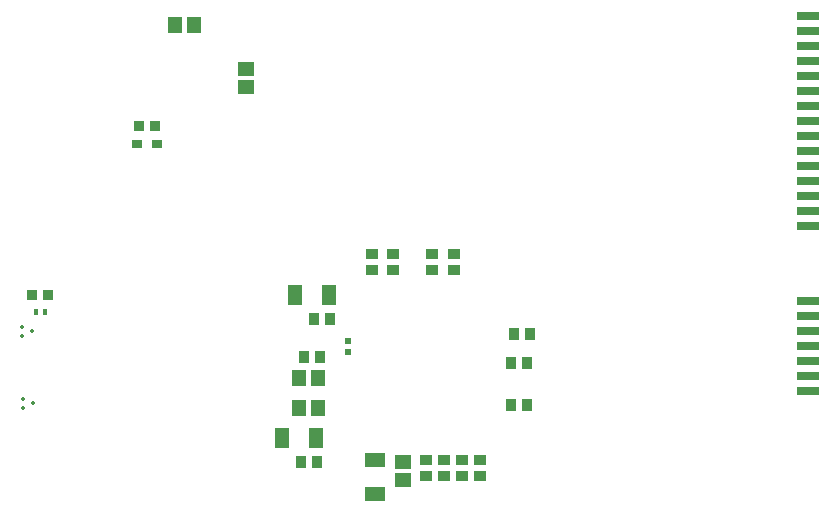
<source format=gbp>
G04*
G04 #@! TF.GenerationSoftware,Altium Limited,Altium Designer,24.9.1 (31)*
G04*
G04 Layer_Color=128*
%FSLAX44Y44*%
%MOMM*%
G71*
G04*
G04 #@! TF.SameCoordinates,DBAFCBE9-9C6E-486A-AB20-CA00A55F4774*
G04*
G04*
G04 #@! TF.FilePolarity,Positive*
G04*
G01*
G75*
%ADD29R,1.0000X0.9000*%
%ADD30R,1.8000X1.3000*%
G04:AMPARAMS|DCode=32|XSize=0.3mm|YSize=0.3mm|CornerRadius=0.0495mm|HoleSize=0mm|Usage=FLASHONLY|Rotation=270.000|XOffset=0mm|YOffset=0mm|HoleType=Round|Shape=RoundedRectangle|*
%AMROUNDEDRECTD32*
21,1,0.3000,0.2010,0,0,270.0*
21,1,0.2010,0.3000,0,0,270.0*
1,1,0.0990,-0.1005,-0.1005*
1,1,0.0990,-0.1005,0.1005*
1,1,0.0990,0.1005,0.1005*
1,1,0.0990,0.1005,-0.1005*
%
%ADD32ROUNDEDRECTD32*%
%ADD34R,1.3000X1.8000*%
%ADD35R,1.3000X1.4000*%
%ADD36R,0.9000X1.0000*%
%ADD37R,0.6000X0.5000*%
%ADD38R,0.8500X0.9500*%
%ADD58R,1.4000X1.3000*%
%ADD134R,1.9000X0.6500*%
%ADD135R,0.9000X0.8000*%
%ADD136R,0.4000X0.5000*%
D29*
X406400Y261220D02*
D03*
Y274720D02*
D03*
X425450D02*
D03*
Y261220D02*
D03*
X373380Y274720D02*
D03*
Y261220D02*
D03*
X355600Y274720D02*
D03*
Y261220D02*
D03*
X431800Y87230D02*
D03*
Y100730D02*
D03*
X447040Y87230D02*
D03*
Y100730D02*
D03*
X401320Y87230D02*
D03*
Y100730D02*
D03*
X416560Y87230D02*
D03*
Y100730D02*
D03*
D30*
X358140Y71860D02*
D03*
Y100860D02*
D03*
D32*
X59500Y213050D02*
D03*
X68000Y209550D02*
D03*
X59500Y206050D02*
D03*
X60080Y145090D02*
D03*
X68580Y148590D02*
D03*
X60080Y152090D02*
D03*
D34*
X308610Y119380D02*
D03*
X279610D02*
D03*
X290300Y240030D02*
D03*
X319300D02*
D03*
D35*
X188850Y468630D02*
D03*
X204850D02*
D03*
X310260Y170180D02*
D03*
X294260D02*
D03*
X309880Y144780D02*
D03*
X293880D02*
D03*
D36*
X476250Y207010D02*
D03*
X489750D02*
D03*
X486810Y147320D02*
D03*
X473310D02*
D03*
Y182880D02*
D03*
X486810D02*
D03*
X295510Y99060D02*
D03*
X309010D02*
D03*
X298050Y187960D02*
D03*
X311550D02*
D03*
X306940Y219710D02*
D03*
X320440D02*
D03*
D37*
X335280Y191850D02*
D03*
Y201850D02*
D03*
D38*
X171600Y383540D02*
D03*
X158600D02*
D03*
X68280Y240030D02*
D03*
X81280D02*
D03*
D58*
X248920Y432180D02*
D03*
Y416180D02*
D03*
X382270Y99440D02*
D03*
Y83440D02*
D03*
D134*
X724730Y158880D02*
D03*
Y171580D02*
D03*
Y184280D02*
D03*
Y196980D02*
D03*
Y209680D02*
D03*
Y222380D02*
D03*
Y235080D02*
D03*
Y298580D02*
D03*
Y311280D02*
D03*
Y323980D02*
D03*
Y336680D02*
D03*
Y349380D02*
D03*
Y362080D02*
D03*
Y374780D02*
D03*
Y387480D02*
D03*
Y400180D02*
D03*
Y412880D02*
D03*
Y425580D02*
D03*
Y438280D02*
D03*
Y450980D02*
D03*
Y463680D02*
D03*
Y476380D02*
D03*
D135*
X156600Y368300D02*
D03*
X173600D02*
D03*
D136*
X70930Y226060D02*
D03*
X78930D02*
D03*
M02*

</source>
